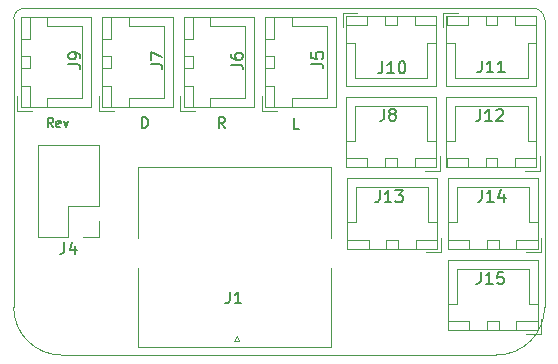
<source format=gbr>
G04 #@! TF.GenerationSoftware,KiCad,Pcbnew,(5.1.6)-1*
G04 #@! TF.CreationDate,2021-11-18T20:07:37-06:00*
G04 #@! TF.ProjectId,ControlPanelSTM32QFN28,436f6e74-726f-46c5-9061-6e656c53544d,rev?*
G04 #@! TF.SameCoordinates,Original*
G04 #@! TF.FileFunction,Legend,Top*
G04 #@! TF.FilePolarity,Positive*
%FSLAX46Y46*%
G04 Gerber Fmt 4.6, Leading zero omitted, Abs format (unit mm)*
G04 Created by KiCad (PCBNEW (5.1.6)-1) date 2021-11-18 20:07:37*
%MOMM*%
%LPD*%
G01*
G04 APERTURE LIST*
G04 #@! TA.AperFunction,Profile*
%ADD10C,0.050000*%
G04 #@! TD*
%ADD11C,0.152400*%
%ADD12C,0.120000*%
%ADD13C,0.150000*%
G04 APERTURE END LIST*
D10*
X175479873Y-85389743D02*
G75*
G02*
X176439940Y-86360000I-5095J-965162D01*
G01*
X131488000Y-86296602D02*
G75*
G02*
X132389685Y-85389720I901685J5182D01*
G01*
D11*
X155675166Y-95602166D02*
X155251833Y-95602166D01*
X155251833Y-94713166D01*
X142367166Y-95502166D02*
X142367166Y-94613166D01*
X142578833Y-94613166D01*
X142705833Y-94655500D01*
X142790500Y-94740166D01*
X142832833Y-94824833D01*
X142875166Y-94994166D01*
X142875166Y-95121166D01*
X142832833Y-95290500D01*
X142790500Y-95375166D01*
X142705833Y-95459833D01*
X142578833Y-95502166D01*
X142367166Y-95502166D01*
X149375166Y-95502166D02*
X149078833Y-95078833D01*
X148867166Y-95502166D02*
X148867166Y-94613166D01*
X149205833Y-94613166D01*
X149290500Y-94655500D01*
X149332833Y-94697833D01*
X149375166Y-94782500D01*
X149375166Y-94909500D01*
X149332833Y-94994166D01*
X149290500Y-95036500D01*
X149205833Y-95078833D01*
X148867166Y-95078833D01*
X134819000Y-95444714D02*
X134565000Y-95081857D01*
X134383571Y-95444714D02*
X134383571Y-94682714D01*
X134673857Y-94682714D01*
X134746428Y-94719000D01*
X134782714Y-94755285D01*
X134819000Y-94827857D01*
X134819000Y-94936714D01*
X134782714Y-95009285D01*
X134746428Y-95045571D01*
X134673857Y-95081857D01*
X134383571Y-95081857D01*
X135435857Y-95408428D02*
X135363285Y-95444714D01*
X135218142Y-95444714D01*
X135145571Y-95408428D01*
X135109285Y-95335857D01*
X135109285Y-95045571D01*
X135145571Y-94973000D01*
X135218142Y-94936714D01*
X135363285Y-94936714D01*
X135435857Y-94973000D01*
X135472142Y-95045571D01*
X135472142Y-95118142D01*
X135109285Y-95190714D01*
X135726142Y-94936714D02*
X135907571Y-95444714D01*
X136089000Y-94936714D01*
D10*
X131488000Y-110680500D02*
X131488000Y-86296602D01*
X135552000Y-114744500D02*
G75*
G02*
X131488000Y-110680500I0J4064000D01*
G01*
X172353080Y-114744500D02*
X135552000Y-114744500D01*
X176439940Y-86360000D02*
X176450164Y-110667800D01*
X176450164Y-110670340D02*
G75*
G02*
X172353080Y-114744500I-4074224J0D01*
G01*
X175479873Y-85389743D02*
X132389685Y-85389720D01*
D12*
X138730000Y-96990000D02*
X133530000Y-96990000D01*
X138730000Y-102130000D02*
X138730000Y-96990000D01*
X133530000Y-104730000D02*
X133530000Y-96990000D01*
X138730000Y-102130000D02*
X136130000Y-102130000D01*
X136130000Y-102130000D02*
X136130000Y-104730000D01*
X136130000Y-104730000D02*
X133530000Y-104730000D01*
X138730000Y-103400000D02*
X138730000Y-104730000D01*
X138730000Y-104730000D02*
X137400000Y-104730000D01*
X176150000Y-112950000D02*
X176150000Y-111700000D01*
X174900000Y-112950000D02*
X176150000Y-112950000D01*
X169000000Y-107450000D02*
X172050000Y-107450000D01*
X169000000Y-110400000D02*
X169000000Y-107450000D01*
X168250000Y-110400000D02*
X169000000Y-110400000D01*
X175100000Y-107450000D02*
X172050000Y-107450000D01*
X175100000Y-110400000D02*
X175100000Y-107450000D01*
X175850000Y-110400000D02*
X175100000Y-110400000D01*
X168250000Y-112650000D02*
X170050000Y-112650000D01*
X168250000Y-111900000D02*
X168250000Y-112650000D01*
X170050000Y-111900000D02*
X168250000Y-111900000D01*
X170050000Y-112650000D02*
X170050000Y-111900000D01*
X174050000Y-112650000D02*
X175850000Y-112650000D01*
X174050000Y-111900000D02*
X174050000Y-112650000D01*
X175850000Y-111900000D02*
X174050000Y-111900000D01*
X175850000Y-112650000D02*
X175850000Y-111900000D01*
X171550000Y-112650000D02*
X172550000Y-112650000D01*
X171550000Y-111900000D02*
X171550000Y-112650000D01*
X172550000Y-111900000D02*
X171550000Y-111900000D01*
X172550000Y-112650000D02*
X172550000Y-111900000D01*
X168240000Y-112660000D02*
X175860000Y-112660000D01*
X168240000Y-106690000D02*
X168240000Y-112660000D01*
X175860000Y-106690000D02*
X168240000Y-106690000D01*
X175860000Y-112660000D02*
X175860000Y-106690000D01*
X176150000Y-106050000D02*
X176150000Y-104800000D01*
X174900000Y-106050000D02*
X176150000Y-106050000D01*
X169000000Y-100550000D02*
X172050000Y-100550000D01*
X169000000Y-103500000D02*
X169000000Y-100550000D01*
X168250000Y-103500000D02*
X169000000Y-103500000D01*
X175100000Y-100550000D02*
X172050000Y-100550000D01*
X175100000Y-103500000D02*
X175100000Y-100550000D01*
X175850000Y-103500000D02*
X175100000Y-103500000D01*
X168250000Y-105750000D02*
X170050000Y-105750000D01*
X168250000Y-105000000D02*
X168250000Y-105750000D01*
X170050000Y-105000000D02*
X168250000Y-105000000D01*
X170050000Y-105750000D02*
X170050000Y-105000000D01*
X174050000Y-105750000D02*
X175850000Y-105750000D01*
X174050000Y-105000000D02*
X174050000Y-105750000D01*
X175850000Y-105000000D02*
X174050000Y-105000000D01*
X175850000Y-105750000D02*
X175850000Y-105000000D01*
X171550000Y-105750000D02*
X172550000Y-105750000D01*
X171550000Y-105000000D02*
X171550000Y-105750000D01*
X172550000Y-105000000D02*
X171550000Y-105000000D01*
X172550000Y-105750000D02*
X172550000Y-105000000D01*
X168240000Y-105760000D02*
X175860000Y-105760000D01*
X168240000Y-99790000D02*
X168240000Y-105760000D01*
X175860000Y-99790000D02*
X168240000Y-99790000D01*
X175860000Y-105760000D02*
X175860000Y-99790000D01*
X167650000Y-106050000D02*
X167650000Y-104800000D01*
X166400000Y-106050000D02*
X167650000Y-106050000D01*
X160500000Y-100550000D02*
X163550000Y-100550000D01*
X160500000Y-103500000D02*
X160500000Y-100550000D01*
X159750000Y-103500000D02*
X160500000Y-103500000D01*
X166600000Y-100550000D02*
X163550000Y-100550000D01*
X166600000Y-103500000D02*
X166600000Y-100550000D01*
X167350000Y-103500000D02*
X166600000Y-103500000D01*
X159750000Y-105750000D02*
X161550000Y-105750000D01*
X159750000Y-105000000D02*
X159750000Y-105750000D01*
X161550000Y-105000000D02*
X159750000Y-105000000D01*
X161550000Y-105750000D02*
X161550000Y-105000000D01*
X165550000Y-105750000D02*
X167350000Y-105750000D01*
X165550000Y-105000000D02*
X165550000Y-105750000D01*
X167350000Y-105000000D02*
X165550000Y-105000000D01*
X167350000Y-105750000D02*
X167350000Y-105000000D01*
X163050000Y-105750000D02*
X164050000Y-105750000D01*
X163050000Y-105000000D02*
X163050000Y-105750000D01*
X164050000Y-105000000D02*
X163050000Y-105000000D01*
X164050000Y-105750000D02*
X164050000Y-105000000D01*
X159740000Y-105760000D02*
X167360000Y-105760000D01*
X159740000Y-99790000D02*
X159740000Y-105760000D01*
X167360000Y-99790000D02*
X159740000Y-99790000D01*
X167360000Y-105760000D02*
X167360000Y-99790000D01*
X176050000Y-99150000D02*
X176050000Y-97900000D01*
X174800000Y-99150000D02*
X176050000Y-99150000D01*
X168900000Y-93650000D02*
X171950000Y-93650000D01*
X168900000Y-96600000D02*
X168900000Y-93650000D01*
X168150000Y-96600000D02*
X168900000Y-96600000D01*
X175000000Y-93650000D02*
X171950000Y-93650000D01*
X175000000Y-96600000D02*
X175000000Y-93650000D01*
X175750000Y-96600000D02*
X175000000Y-96600000D01*
X168150000Y-98850000D02*
X169950000Y-98850000D01*
X168150000Y-98100000D02*
X168150000Y-98850000D01*
X169950000Y-98100000D02*
X168150000Y-98100000D01*
X169950000Y-98850000D02*
X169950000Y-98100000D01*
X173950000Y-98850000D02*
X175750000Y-98850000D01*
X173950000Y-98100000D02*
X173950000Y-98850000D01*
X175750000Y-98100000D02*
X173950000Y-98100000D01*
X175750000Y-98850000D02*
X175750000Y-98100000D01*
X171450000Y-98850000D02*
X172450000Y-98850000D01*
X171450000Y-98100000D02*
X171450000Y-98850000D01*
X172450000Y-98100000D02*
X171450000Y-98100000D01*
X172450000Y-98850000D02*
X172450000Y-98100000D01*
X168140000Y-98860000D02*
X175760000Y-98860000D01*
X168140000Y-92890000D02*
X168140000Y-98860000D01*
X175760000Y-92890000D02*
X168140000Y-92890000D01*
X175760000Y-98860000D02*
X175760000Y-92890000D01*
X167850000Y-85750000D02*
X167850000Y-87000000D01*
X169100000Y-85750000D02*
X167850000Y-85750000D01*
X175000000Y-91250000D02*
X171950000Y-91250000D01*
X175000000Y-88300000D02*
X175000000Y-91250000D01*
X175750000Y-88300000D02*
X175000000Y-88300000D01*
X168900000Y-91250000D02*
X171950000Y-91250000D01*
X168900000Y-88300000D02*
X168900000Y-91250000D01*
X168150000Y-88300000D02*
X168900000Y-88300000D01*
X175750000Y-86050000D02*
X173950000Y-86050000D01*
X175750000Y-86800000D02*
X175750000Y-86050000D01*
X173950000Y-86800000D02*
X175750000Y-86800000D01*
X173950000Y-86050000D02*
X173950000Y-86800000D01*
X169950000Y-86050000D02*
X168150000Y-86050000D01*
X169950000Y-86800000D02*
X169950000Y-86050000D01*
X168150000Y-86800000D02*
X169950000Y-86800000D01*
X168150000Y-86050000D02*
X168150000Y-86800000D01*
X172450000Y-86050000D02*
X171450000Y-86050000D01*
X172450000Y-86800000D02*
X172450000Y-86050000D01*
X171450000Y-86800000D02*
X172450000Y-86800000D01*
X171450000Y-86050000D02*
X171450000Y-86800000D01*
X175760000Y-86040000D02*
X168140000Y-86040000D01*
X175760000Y-92010000D02*
X175760000Y-86040000D01*
X168140000Y-92010000D02*
X175760000Y-92010000D01*
X168140000Y-86040000D02*
X168140000Y-92010000D01*
X159350000Y-85750000D02*
X159350000Y-87000000D01*
X160600000Y-85750000D02*
X159350000Y-85750000D01*
X166500000Y-91250000D02*
X163450000Y-91250000D01*
X166500000Y-88300000D02*
X166500000Y-91250000D01*
X167250000Y-88300000D02*
X166500000Y-88300000D01*
X160400000Y-91250000D02*
X163450000Y-91250000D01*
X160400000Y-88300000D02*
X160400000Y-91250000D01*
X159650000Y-88300000D02*
X160400000Y-88300000D01*
X167250000Y-86050000D02*
X165450000Y-86050000D01*
X167250000Y-86800000D02*
X167250000Y-86050000D01*
X165450000Y-86800000D02*
X167250000Y-86800000D01*
X165450000Y-86050000D02*
X165450000Y-86800000D01*
X161450000Y-86050000D02*
X159650000Y-86050000D01*
X161450000Y-86800000D02*
X161450000Y-86050000D01*
X159650000Y-86800000D02*
X161450000Y-86800000D01*
X159650000Y-86050000D02*
X159650000Y-86800000D01*
X163950000Y-86050000D02*
X162950000Y-86050000D01*
X163950000Y-86800000D02*
X163950000Y-86050000D01*
X162950000Y-86800000D02*
X163950000Y-86800000D01*
X162950000Y-86050000D02*
X162950000Y-86800000D01*
X167260000Y-86040000D02*
X159640000Y-86040000D01*
X167260000Y-92010000D02*
X167260000Y-86040000D01*
X159640000Y-92010000D02*
X167260000Y-92010000D01*
X159640000Y-86040000D02*
X159640000Y-92010000D01*
X131800000Y-94050000D02*
X133050000Y-94050000D01*
X131800000Y-92800000D02*
X131800000Y-94050000D01*
X137300000Y-86900000D02*
X137300000Y-89950000D01*
X134350000Y-86900000D02*
X137300000Y-86900000D01*
X134350000Y-86150000D02*
X134350000Y-86900000D01*
X137300000Y-93000000D02*
X137300000Y-89950000D01*
X134350000Y-93000000D02*
X137300000Y-93000000D01*
X134350000Y-93750000D02*
X134350000Y-93000000D01*
X132100000Y-86150000D02*
X132100000Y-87950000D01*
X132850000Y-86150000D02*
X132100000Y-86150000D01*
X132850000Y-87950000D02*
X132850000Y-86150000D01*
X132100000Y-87950000D02*
X132850000Y-87950000D01*
X132100000Y-91950000D02*
X132100000Y-93750000D01*
X132850000Y-91950000D02*
X132100000Y-91950000D01*
X132850000Y-93750000D02*
X132850000Y-91950000D01*
X132100000Y-93750000D02*
X132850000Y-93750000D01*
X132100000Y-89450000D02*
X132100000Y-90450000D01*
X132850000Y-89450000D02*
X132100000Y-89450000D01*
X132850000Y-90450000D02*
X132850000Y-89450000D01*
X132100000Y-90450000D02*
X132850000Y-90450000D01*
X132090000Y-86140000D02*
X132090000Y-93760000D01*
X138060000Y-86140000D02*
X132090000Y-86140000D01*
X138060000Y-93760000D02*
X138060000Y-86140000D01*
X132090000Y-93760000D02*
X138060000Y-93760000D01*
X167550000Y-99150000D02*
X167550000Y-97900000D01*
X166300000Y-99150000D02*
X167550000Y-99150000D01*
X160400000Y-93650000D02*
X163450000Y-93650000D01*
X160400000Y-96600000D02*
X160400000Y-93650000D01*
X159650000Y-96600000D02*
X160400000Y-96600000D01*
X166500000Y-93650000D02*
X163450000Y-93650000D01*
X166500000Y-96600000D02*
X166500000Y-93650000D01*
X167250000Y-96600000D02*
X166500000Y-96600000D01*
X159650000Y-98850000D02*
X161450000Y-98850000D01*
X159650000Y-98100000D02*
X159650000Y-98850000D01*
X161450000Y-98100000D02*
X159650000Y-98100000D01*
X161450000Y-98850000D02*
X161450000Y-98100000D01*
X165450000Y-98850000D02*
X167250000Y-98850000D01*
X165450000Y-98100000D02*
X165450000Y-98850000D01*
X167250000Y-98100000D02*
X165450000Y-98100000D01*
X167250000Y-98850000D02*
X167250000Y-98100000D01*
X162950000Y-98850000D02*
X163950000Y-98850000D01*
X162950000Y-98100000D02*
X162950000Y-98850000D01*
X163950000Y-98100000D02*
X162950000Y-98100000D01*
X163950000Y-98850000D02*
X163950000Y-98100000D01*
X159640000Y-98860000D02*
X167260000Y-98860000D01*
X159640000Y-92890000D02*
X159640000Y-98860000D01*
X167260000Y-92890000D02*
X159640000Y-92890000D01*
X167260000Y-98860000D02*
X167260000Y-92890000D01*
X138700000Y-94050000D02*
X139950000Y-94050000D01*
X138700000Y-92800000D02*
X138700000Y-94050000D01*
X144200000Y-86900000D02*
X144200000Y-89950000D01*
X141250000Y-86900000D02*
X144200000Y-86900000D01*
X141250000Y-86150000D02*
X141250000Y-86900000D01*
X144200000Y-93000000D02*
X144200000Y-89950000D01*
X141250000Y-93000000D02*
X144200000Y-93000000D01*
X141250000Y-93750000D02*
X141250000Y-93000000D01*
X139000000Y-86150000D02*
X139000000Y-87950000D01*
X139750000Y-86150000D02*
X139000000Y-86150000D01*
X139750000Y-87950000D02*
X139750000Y-86150000D01*
X139000000Y-87950000D02*
X139750000Y-87950000D01*
X139000000Y-91950000D02*
X139000000Y-93750000D01*
X139750000Y-91950000D02*
X139000000Y-91950000D01*
X139750000Y-93750000D02*
X139750000Y-91950000D01*
X139000000Y-93750000D02*
X139750000Y-93750000D01*
X139000000Y-89450000D02*
X139000000Y-90450000D01*
X139750000Y-89450000D02*
X139000000Y-89450000D01*
X139750000Y-90450000D02*
X139750000Y-89450000D01*
X139000000Y-90450000D02*
X139750000Y-90450000D01*
X138990000Y-86140000D02*
X138990000Y-93760000D01*
X144960000Y-86140000D02*
X138990000Y-86140000D01*
X144960000Y-93760000D02*
X144960000Y-86140000D01*
X138990000Y-93760000D02*
X144960000Y-93760000D01*
X145600000Y-94050000D02*
X146850000Y-94050000D01*
X145600000Y-92800000D02*
X145600000Y-94050000D01*
X151100000Y-86900000D02*
X151100000Y-89950000D01*
X148150000Y-86900000D02*
X151100000Y-86900000D01*
X148150000Y-86150000D02*
X148150000Y-86900000D01*
X151100000Y-93000000D02*
X151100000Y-89950000D01*
X148150000Y-93000000D02*
X151100000Y-93000000D01*
X148150000Y-93750000D02*
X148150000Y-93000000D01*
X145900000Y-86150000D02*
X145900000Y-87950000D01*
X146650000Y-86150000D02*
X145900000Y-86150000D01*
X146650000Y-87950000D02*
X146650000Y-86150000D01*
X145900000Y-87950000D02*
X146650000Y-87950000D01*
X145900000Y-91950000D02*
X145900000Y-93750000D01*
X146650000Y-91950000D02*
X145900000Y-91950000D01*
X146650000Y-93750000D02*
X146650000Y-91950000D01*
X145900000Y-93750000D02*
X146650000Y-93750000D01*
X145900000Y-89450000D02*
X145900000Y-90450000D01*
X146650000Y-89450000D02*
X145900000Y-89450000D01*
X146650000Y-90450000D02*
X146650000Y-89450000D01*
X145900000Y-90450000D02*
X146650000Y-90450000D01*
X145890000Y-86140000D02*
X145890000Y-93760000D01*
X151860000Y-86140000D02*
X145890000Y-86140000D01*
X151860000Y-93760000D02*
X151860000Y-86140000D01*
X145890000Y-93760000D02*
X151860000Y-93760000D01*
X152500000Y-94050000D02*
X153750000Y-94050000D01*
X152500000Y-92800000D02*
X152500000Y-94050000D01*
X158000000Y-86900000D02*
X158000000Y-89950000D01*
X155050000Y-86900000D02*
X158000000Y-86900000D01*
X155050000Y-86150000D02*
X155050000Y-86900000D01*
X158000000Y-93000000D02*
X158000000Y-89950000D01*
X155050000Y-93000000D02*
X158000000Y-93000000D01*
X155050000Y-93750000D02*
X155050000Y-93000000D01*
X152800000Y-86150000D02*
X152800000Y-87950000D01*
X153550000Y-86150000D02*
X152800000Y-86150000D01*
X153550000Y-87950000D02*
X153550000Y-86150000D01*
X152800000Y-87950000D02*
X153550000Y-87950000D01*
X152800000Y-91950000D02*
X152800000Y-93750000D01*
X153550000Y-91950000D02*
X152800000Y-91950000D01*
X153550000Y-93750000D02*
X153550000Y-91950000D01*
X152800000Y-93750000D02*
X153550000Y-93750000D01*
X152800000Y-89450000D02*
X152800000Y-90450000D01*
X153550000Y-89450000D02*
X152800000Y-89450000D01*
X153550000Y-90450000D02*
X153550000Y-89450000D01*
X152800000Y-90450000D02*
X153550000Y-90450000D01*
X152790000Y-86140000D02*
X152790000Y-93760000D01*
X158760000Y-86140000D02*
X152790000Y-86140000D01*
X158760000Y-93760000D02*
X158760000Y-86140000D01*
X152790000Y-93760000D02*
X158760000Y-93760000D01*
X158398540Y-107348020D02*
X158396660Y-114079020D01*
X158396660Y-98839020D02*
X158396660Y-104851200D01*
X141988540Y-107348020D02*
X141986660Y-114079020D01*
X141986660Y-114079020D02*
X158396660Y-114079020D01*
X141986660Y-98839020D02*
X141986660Y-104851200D01*
X141986660Y-98839020D02*
X158396660Y-98839020D01*
X150149560Y-113527840D02*
X150588980Y-113527840D01*
X150588980Y-113527840D02*
X150362920Y-113096040D01*
X150362920Y-113096040D02*
X150149560Y-113527840D01*
D13*
X135796666Y-105182380D02*
X135796666Y-105896666D01*
X135749047Y-106039523D01*
X135653809Y-106134761D01*
X135510952Y-106182380D01*
X135415714Y-106182380D01*
X136701428Y-105515714D02*
X136701428Y-106182380D01*
X136463333Y-105134761D02*
X136225238Y-105849047D01*
X136844285Y-105849047D01*
X171050476Y-107722380D02*
X171050476Y-108436666D01*
X171002857Y-108579523D01*
X170907619Y-108674761D01*
X170764761Y-108722380D01*
X170669523Y-108722380D01*
X172050476Y-108722380D02*
X171479047Y-108722380D01*
X171764761Y-108722380D02*
X171764761Y-107722380D01*
X171669523Y-107865238D01*
X171574285Y-107960476D01*
X171479047Y-108008095D01*
X172955238Y-107722380D02*
X172479047Y-107722380D01*
X172431428Y-108198571D01*
X172479047Y-108150952D01*
X172574285Y-108103333D01*
X172812380Y-108103333D01*
X172907619Y-108150952D01*
X172955238Y-108198571D01*
X173002857Y-108293809D01*
X173002857Y-108531904D01*
X172955238Y-108627142D01*
X172907619Y-108674761D01*
X172812380Y-108722380D01*
X172574285Y-108722380D01*
X172479047Y-108674761D01*
X172431428Y-108627142D01*
X171150476Y-100752380D02*
X171150476Y-101466666D01*
X171102857Y-101609523D01*
X171007619Y-101704761D01*
X170864761Y-101752380D01*
X170769523Y-101752380D01*
X172150476Y-101752380D02*
X171579047Y-101752380D01*
X171864761Y-101752380D02*
X171864761Y-100752380D01*
X171769523Y-100895238D01*
X171674285Y-100990476D01*
X171579047Y-101038095D01*
X173007619Y-101085714D02*
X173007619Y-101752380D01*
X172769523Y-100704761D02*
X172531428Y-101419047D01*
X173150476Y-101419047D01*
X162480476Y-100802380D02*
X162480476Y-101516666D01*
X162432857Y-101659523D01*
X162337619Y-101754761D01*
X162194761Y-101802380D01*
X162099523Y-101802380D01*
X163480476Y-101802380D02*
X162909047Y-101802380D01*
X163194761Y-101802380D02*
X163194761Y-100802380D01*
X163099523Y-100945238D01*
X163004285Y-101040476D01*
X162909047Y-101088095D01*
X163813809Y-100802380D02*
X164432857Y-100802380D01*
X164099523Y-101183333D01*
X164242380Y-101183333D01*
X164337619Y-101230952D01*
X164385238Y-101278571D01*
X164432857Y-101373809D01*
X164432857Y-101611904D01*
X164385238Y-101707142D01*
X164337619Y-101754761D01*
X164242380Y-101802380D01*
X163956666Y-101802380D01*
X163861428Y-101754761D01*
X163813809Y-101707142D01*
X170990476Y-93942380D02*
X170990476Y-94656666D01*
X170942857Y-94799523D01*
X170847619Y-94894761D01*
X170704761Y-94942380D01*
X170609523Y-94942380D01*
X171990476Y-94942380D02*
X171419047Y-94942380D01*
X171704761Y-94942380D02*
X171704761Y-93942380D01*
X171609523Y-94085238D01*
X171514285Y-94180476D01*
X171419047Y-94228095D01*
X172371428Y-94037619D02*
X172419047Y-93990000D01*
X172514285Y-93942380D01*
X172752380Y-93942380D01*
X172847619Y-93990000D01*
X172895238Y-94037619D01*
X172942857Y-94132857D01*
X172942857Y-94228095D01*
X172895238Y-94370952D01*
X172323809Y-94942380D01*
X172942857Y-94942380D01*
X171110476Y-89822380D02*
X171110476Y-90536666D01*
X171062857Y-90679523D01*
X170967619Y-90774761D01*
X170824761Y-90822380D01*
X170729523Y-90822380D01*
X172110476Y-90822380D02*
X171539047Y-90822380D01*
X171824761Y-90822380D02*
X171824761Y-89822380D01*
X171729523Y-89965238D01*
X171634285Y-90060476D01*
X171539047Y-90108095D01*
X173062857Y-90822380D02*
X172491428Y-90822380D01*
X172777142Y-90822380D02*
X172777142Y-89822380D01*
X172681904Y-89965238D01*
X172586666Y-90060476D01*
X172491428Y-90108095D01*
X162710476Y-89892380D02*
X162710476Y-90606666D01*
X162662857Y-90749523D01*
X162567619Y-90844761D01*
X162424761Y-90892380D01*
X162329523Y-90892380D01*
X163710476Y-90892380D02*
X163139047Y-90892380D01*
X163424761Y-90892380D02*
X163424761Y-89892380D01*
X163329523Y-90035238D01*
X163234285Y-90130476D01*
X163139047Y-90178095D01*
X164329523Y-89892380D02*
X164424761Y-89892380D01*
X164520000Y-89940000D01*
X164567619Y-89987619D01*
X164615238Y-90082857D01*
X164662857Y-90273333D01*
X164662857Y-90511428D01*
X164615238Y-90701904D01*
X164567619Y-90797142D01*
X164520000Y-90844761D01*
X164424761Y-90892380D01*
X164329523Y-90892380D01*
X164234285Y-90844761D01*
X164186666Y-90797142D01*
X164139047Y-90701904D01*
X164091428Y-90511428D01*
X164091428Y-90273333D01*
X164139047Y-90082857D01*
X164186666Y-89987619D01*
X164234285Y-89940000D01*
X164329523Y-89892380D01*
X136132380Y-90123333D02*
X136846666Y-90123333D01*
X136989523Y-90170952D01*
X137084761Y-90266190D01*
X137132380Y-90409047D01*
X137132380Y-90504285D01*
X137132380Y-89599523D02*
X137132380Y-89409047D01*
X137084761Y-89313809D01*
X137037142Y-89266190D01*
X136894285Y-89170952D01*
X136703809Y-89123333D01*
X136322857Y-89123333D01*
X136227619Y-89170952D01*
X136180000Y-89218571D01*
X136132380Y-89313809D01*
X136132380Y-89504285D01*
X136180000Y-89599523D01*
X136227619Y-89647142D01*
X136322857Y-89694761D01*
X136560952Y-89694761D01*
X136656190Y-89647142D01*
X136703809Y-89599523D01*
X136751428Y-89504285D01*
X136751428Y-89313809D01*
X136703809Y-89218571D01*
X136656190Y-89170952D01*
X136560952Y-89123333D01*
X162856666Y-93902380D02*
X162856666Y-94616666D01*
X162809047Y-94759523D01*
X162713809Y-94854761D01*
X162570952Y-94902380D01*
X162475714Y-94902380D01*
X163475714Y-94330952D02*
X163380476Y-94283333D01*
X163332857Y-94235714D01*
X163285238Y-94140476D01*
X163285238Y-94092857D01*
X163332857Y-93997619D01*
X163380476Y-93950000D01*
X163475714Y-93902380D01*
X163666190Y-93902380D01*
X163761428Y-93950000D01*
X163809047Y-93997619D01*
X163856666Y-94092857D01*
X163856666Y-94140476D01*
X163809047Y-94235714D01*
X163761428Y-94283333D01*
X163666190Y-94330952D01*
X163475714Y-94330952D01*
X163380476Y-94378571D01*
X163332857Y-94426190D01*
X163285238Y-94521428D01*
X163285238Y-94711904D01*
X163332857Y-94807142D01*
X163380476Y-94854761D01*
X163475714Y-94902380D01*
X163666190Y-94902380D01*
X163761428Y-94854761D01*
X163809047Y-94807142D01*
X163856666Y-94711904D01*
X163856666Y-94521428D01*
X163809047Y-94426190D01*
X163761428Y-94378571D01*
X163666190Y-94330952D01*
X143082380Y-90143333D02*
X143796666Y-90143333D01*
X143939523Y-90190952D01*
X144034761Y-90286190D01*
X144082380Y-90429047D01*
X144082380Y-90524285D01*
X143082380Y-89762380D02*
X143082380Y-89095714D01*
X144082380Y-89524285D01*
X149882380Y-90163333D02*
X150596666Y-90163333D01*
X150739523Y-90210952D01*
X150834761Y-90306190D01*
X150882380Y-90449047D01*
X150882380Y-90544285D01*
X149882380Y-89258571D02*
X149882380Y-89449047D01*
X149930000Y-89544285D01*
X149977619Y-89591904D01*
X150120476Y-89687142D01*
X150310952Y-89734761D01*
X150691904Y-89734761D01*
X150787142Y-89687142D01*
X150834761Y-89639523D01*
X150882380Y-89544285D01*
X150882380Y-89353809D01*
X150834761Y-89258571D01*
X150787142Y-89210952D01*
X150691904Y-89163333D01*
X150453809Y-89163333D01*
X150358571Y-89210952D01*
X150310952Y-89258571D01*
X150263333Y-89353809D01*
X150263333Y-89544285D01*
X150310952Y-89639523D01*
X150358571Y-89687142D01*
X150453809Y-89734761D01*
X156692380Y-90083333D02*
X157406666Y-90083333D01*
X157549523Y-90130952D01*
X157644761Y-90226190D01*
X157692380Y-90369047D01*
X157692380Y-90464285D01*
X156692380Y-89130952D02*
X156692380Y-89607142D01*
X157168571Y-89654761D01*
X157120952Y-89607142D01*
X157073333Y-89511904D01*
X157073333Y-89273809D01*
X157120952Y-89178571D01*
X157168571Y-89130952D01*
X157263809Y-89083333D01*
X157501904Y-89083333D01*
X157597142Y-89130952D01*
X157644761Y-89178571D01*
X157692380Y-89273809D01*
X157692380Y-89511904D01*
X157644761Y-89607142D01*
X157597142Y-89654761D01*
X149780666Y-109378500D02*
X149780666Y-110092786D01*
X149733047Y-110235643D01*
X149637809Y-110330881D01*
X149494952Y-110378500D01*
X149399714Y-110378500D01*
X150780666Y-110378500D02*
X150209238Y-110378500D01*
X150494952Y-110378500D02*
X150494952Y-109378500D01*
X150399714Y-109521358D01*
X150304476Y-109616596D01*
X150209238Y-109664215D01*
M02*

</source>
